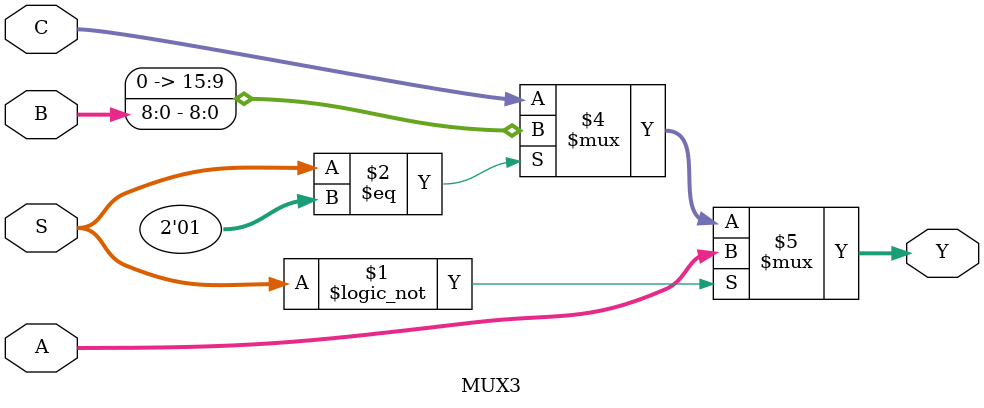
<source format=v>
`timescale 1ns / 1ps


module MUX3(
	input [1:0]S,
	input [15:0] A,C,
	input [8:0] B,
	output [15:0] Y
    );
	assign Y=(S==2'b00)?A:((S==2'b01)?B:C);
endmodule

</source>
